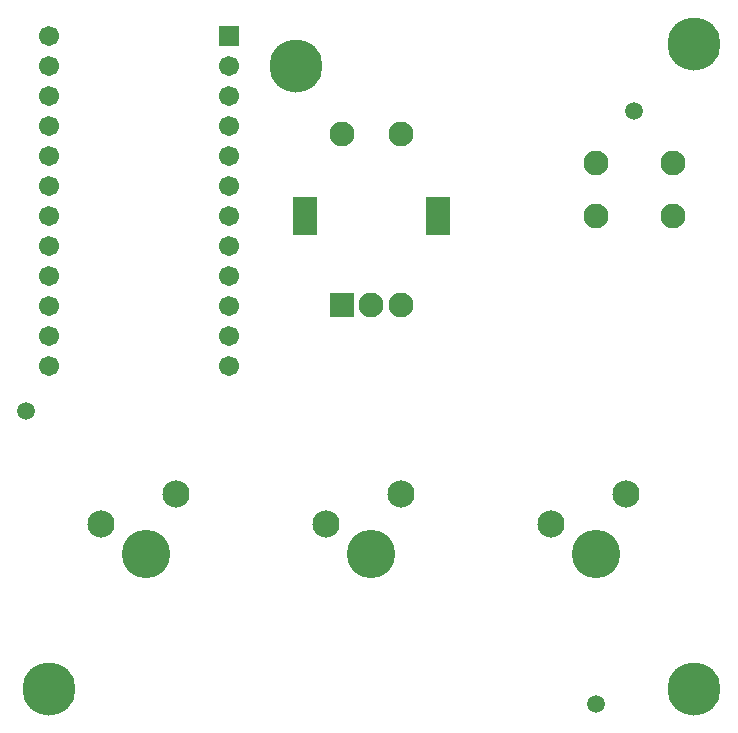
<source format=gts>
%TF.GenerationSoftware,KiCad,Pcbnew,(5.1.6)-1*%
%TF.CreationDate,2020-08-03T19:17:52-07:00*%
%TF.ProjectId,music controller,6d757369-6320-4636-9f6e-74726f6c6c65,rev?*%
%TF.SameCoordinates,Original*%
%TF.FileFunction,Soldermask,Top*%
%TF.FilePolarity,Negative*%
%FSLAX46Y46*%
G04 Gerber Fmt 4.6, Leading zero omitted, Abs format (unit mm)*
G04 Created by KiCad (PCBNEW (5.1.6)-1) date 2020-08-03 19:17:52*
%MOMM*%
%LPD*%
G01*
G04 APERTURE LIST*
%ADD10C,1.500000*%
%ADD11C,1.701600*%
%ADD12R,1.701600X1.701600*%
%ADD13C,4.501600*%
%ADD14C,4.101600*%
%ADD15C,2.301600*%
%ADD16C,2.101600*%
%ADD17R,2.101600X3.301600*%
%ADD18R,2.101600X2.101600*%
G04 APERTURE END LIST*
D10*
%TO.C,*%
X85090000Y-99060000D03*
%TD*%
%TO.C,*%
X133350000Y-123825000D03*
%TD*%
%TO.C,*%
X136525000Y-73660000D03*
%TD*%
D11*
%TO.C,U1*%
X86995000Y-67310000D03*
X86995000Y-69850000D03*
X86995000Y-72390000D03*
X86995000Y-74930000D03*
X86995000Y-77470000D03*
X86995000Y-80010000D03*
X86995000Y-82550000D03*
X86995000Y-85090000D03*
X86995000Y-87630000D03*
X86995000Y-90170000D03*
X86995000Y-92710000D03*
X86995000Y-95250000D03*
X102235000Y-95250000D03*
X102235000Y-92710000D03*
X102235000Y-90170000D03*
X102235000Y-87630000D03*
X102235000Y-85090000D03*
X102235000Y-82550000D03*
X102235000Y-80010000D03*
X102235000Y-77470000D03*
X102235000Y-74930000D03*
X102235000Y-72390000D03*
X102235000Y-69850000D03*
D12*
X102235000Y-67310000D03*
%TD*%
D13*
%TO.C,*%
X107950000Y-69850000D03*
%TD*%
%TO.C,*%
X141605000Y-67945000D03*
%TD*%
%TO.C,*%
X141605000Y-122555000D03*
%TD*%
%TO.C,*%
X86995000Y-122555000D03*
%TD*%
D14*
%TO.C,SW4*%
X114300000Y-111125000D03*
D15*
X110490000Y-108585000D03*
X116840000Y-106045000D03*
%TD*%
D16*
%TO.C,SW1*%
X116800000Y-75550000D03*
X111800000Y-75550000D03*
D17*
X119900000Y-82550000D03*
X108700000Y-82550000D03*
D16*
X116800000Y-90050000D03*
X114300000Y-90050000D03*
D18*
X111800000Y-90050000D03*
%TD*%
D14*
%TO.C,SW5*%
X133350000Y-111125000D03*
D15*
X129540000Y-108585000D03*
X135890000Y-106045000D03*
%TD*%
D14*
%TO.C,SW3*%
X95250000Y-111125000D03*
D15*
X91440000Y-108585000D03*
X97790000Y-106045000D03*
%TD*%
D16*
%TO.C,SW2*%
X139850000Y-82550000D03*
X139850000Y-78050000D03*
X133350000Y-82550000D03*
X133350000Y-78050000D03*
%TD*%
M02*

</source>
